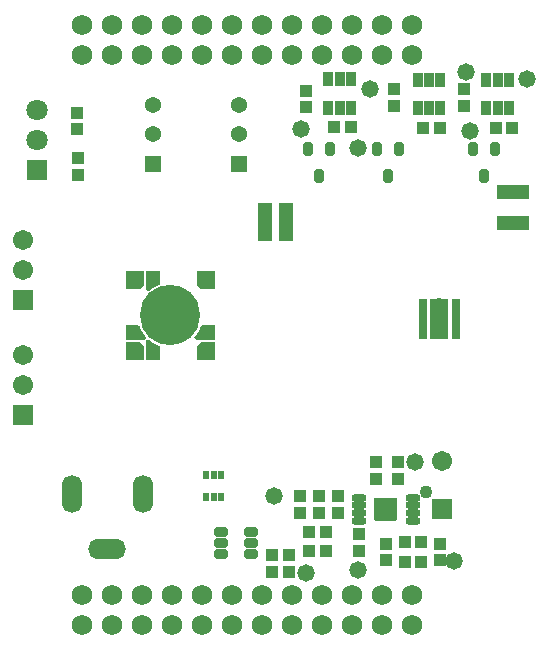
<source format=gts>
G04*
G04 #@! TF.GenerationSoftware,Altium Limited,Altium Designer,21.9.1 (22)*
G04*
G04 Layer_Color=8388736*
%FSLAX44Y44*%
%MOMM*%
G71*
G04*
G04 #@! TF.SameCoordinates,79196508-F500-4B14-A944-684D4DD7C553*
G04*
G04*
G04 #@! TF.FilePolarity,Negative*
G04*
G01*
G75*
%ADD25R,1.1500X3.2000*%
%ADD37R,1.1032X1.0032*%
G04:AMPARAMS|DCode=38|XSize=0.6132mm|YSize=1.2232mm|CornerRadius=0.2041mm|HoleSize=0mm|Usage=FLASHONLY|Rotation=90.000|XOffset=0mm|YOffset=0mm|HoleType=Round|Shape=RoundedRectangle|*
%AMROUNDEDRECTD38*
21,1,0.6132,0.8150,0,0,90.0*
21,1,0.2050,1.2232,0,0,90.0*
1,1,0.4082,0.4075,0.1025*
1,1,0.4082,0.4075,-0.1025*
1,1,0.4082,-0.4075,-0.1025*
1,1,0.4082,-0.4075,0.1025*
%
%ADD38ROUNDEDRECTD38*%
%ADD39R,0.6032X0.7032*%
%ADD40C,5.1002*%
%ADD41R,1.5032X3.5032*%
%ADD42R,0.7032X3.5032*%
%ADD43R,2.8032X1.3032*%
G04:AMPARAMS|DCode=44|XSize=0.8032mm|YSize=1.2032mm|CornerRadius=0.1766mm|HoleSize=0mm|Usage=FLASHONLY|Rotation=180.000|XOffset=0mm|YOffset=0mm|HoleType=Round|Shape=RoundedRectangle|*
%AMROUNDEDRECTD44*
21,1,0.8032,0.8500,0,0,180.0*
21,1,0.4500,1.2032,0,0,180.0*
1,1,0.3532,-0.2250,0.4250*
1,1,0.3532,0.2250,0.4250*
1,1,0.3532,0.2250,-0.4250*
1,1,0.3532,-0.2250,-0.4250*
%
%ADD44ROUNDEDRECTD44*%
%ADD45R,0.8532X1.3032*%
%ADD46R,1.0032X1.1032*%
G04:AMPARAMS|DCode=47|XSize=0.8032mm|YSize=1.2032mm|CornerRadius=0.1766mm|HoleSize=0mm|Usage=FLASHONLY|Rotation=90.000|XOffset=0mm|YOffset=0mm|HoleType=Round|Shape=RoundedRectangle|*
%AMROUNDEDRECTD47*
21,1,0.8032,0.8500,0,0,90.0*
21,1,0.4500,1.2032,0,0,90.0*
1,1,0.3532,0.4250,0.2250*
1,1,0.3532,0.4250,-0.2250*
1,1,0.3532,-0.4250,-0.2250*
1,1,0.3532,-0.4250,0.2250*
%
%ADD47ROUNDEDRECTD47*%
%ADD48C,1.8032*%
%ADD49R,1.8032X1.8032*%
%ADD50C,1.3716*%
%ADD51R,1.3716X1.3716*%
%ADD52R,1.7032X1.7032*%
%ADD53C,1.7032*%
%ADD54C,1.7272*%
%ADD55O,1.7032X3.2032*%
%ADD56O,3.2032X1.7032*%
%ADD57C,1.2032*%
%ADD58C,1.4732*%
%ADD59C,1.1032*%
G36*
X203888Y302729D02*
X192388D01*
X188888Y306229D01*
Y317729D01*
X203888D01*
Y302729D01*
D02*
G37*
G36*
X143888Y306229D02*
X140388Y302729D01*
X128888D01*
Y317729D01*
X143888D01*
Y306229D01*
D02*
G37*
G36*
X157888Y307680D02*
X157885Y307575D01*
X157877Y307470D01*
X157863Y307367D01*
X157844Y307264D01*
X157820Y307162D01*
X157790Y307061D01*
X157755Y306963D01*
X157715Y306866D01*
X157670Y306772D01*
X157620Y306679D01*
X157565Y306590D01*
X157506Y306504D01*
X157442Y306421D01*
X157374Y306341D01*
X157302Y306265D01*
X157226Y306193D01*
X157147Y306125D01*
X157063Y306061D01*
X156977Y306002D01*
X156888Y305947D01*
X156796Y305898D01*
X156701Y305852D01*
X156605Y305812D01*
X156506Y305777D01*
X156405Y305748D01*
X156304Y305723D01*
X156201Y305704D01*
X156097Y305690D01*
X155993Y305682D01*
X155888Y305679D01*
X155708Y305605D01*
X155414Y305480D01*
X155122Y305352D01*
X154832Y305219D01*
X154543Y305084D01*
X154256Y304945D01*
X153971Y304802D01*
X153687Y304656D01*
X153406Y304507D01*
X153126Y304354D01*
X152848Y304198D01*
X152572Y304038D01*
X152297Y303875D01*
X152025Y303708D01*
X151755Y303539D01*
X151488Y303366D01*
X151222Y303189D01*
X150958Y303010D01*
X150697Y302827D01*
X150437Y302641D01*
X150181Y302452D01*
X149926Y302260D01*
X149674Y302065D01*
X149424Y301867D01*
X149177Y301665D01*
X148932Y301461D01*
X148690Y301254D01*
X148450Y301043D01*
X148213Y300830D01*
X147888Y300529D01*
X147783Y300532D01*
X147679Y300540D01*
X147575Y300554D01*
X147472Y300573D01*
X147370Y300598D01*
X147270Y300627D01*
X147171Y300662D01*
X147074Y300702D01*
X146980Y300748D01*
X146888Y300797D01*
X146799Y300852D01*
X146712Y300911D01*
X146629Y300975D01*
X146550Y301043D01*
X146474Y301115D01*
X146402Y301191D01*
X146334Y301271D01*
X146270Y301354D01*
X146210Y301440D01*
X146156Y301530D01*
X146106Y301621D01*
X146061Y301716D01*
X146021Y301813D01*
X145986Y301911D01*
X145956Y302012D01*
X145932Y302114D01*
X145913Y302217D01*
X145899Y302320D01*
X145891Y302425D01*
X145888Y302530D01*
Y317729D01*
X157888D01*
Y307680D01*
D02*
G37*
G36*
X203888Y259729D02*
X188688D01*
X188583Y259732D01*
X188479Y259740D01*
X188375Y259754D01*
X188272Y259773D01*
X188170Y259798D01*
X188070Y259827D01*
X187971Y259862D01*
X187874Y259902D01*
X187780Y259947D01*
X187688Y259997D01*
X187599Y260052D01*
X187512Y260111D01*
X187429Y260175D01*
X187350Y260243D01*
X187274Y260315D01*
X187202Y260391D01*
X187134Y260471D01*
X187070Y260554D01*
X187010Y260640D01*
X186956Y260730D01*
X186906Y260821D01*
X186861Y260916D01*
X186821Y261013D01*
X186786Y261111D01*
X186756Y261212D01*
X186732Y261314D01*
X186712Y261417D01*
X186699Y261520D01*
X186691Y261625D01*
X186688Y261730D01*
X186989Y262054D01*
X187202Y262292D01*
X187412Y262531D01*
X187619Y262774D01*
X187824Y263018D01*
X188025Y263266D01*
X188223Y263515D01*
X188419Y263768D01*
X188611Y264022D01*
X188800Y264279D01*
X188986Y264538D01*
X189168Y264800D01*
X189348Y265063D01*
X189524Y265329D01*
X189697Y265597D01*
X189867Y265867D01*
X190033Y266139D01*
X190196Y266413D01*
X190356Y266689D01*
X190512Y266967D01*
X190665Y267247D01*
X190815Y267529D01*
X190961Y267812D01*
X191103Y268098D01*
X191242Y268385D01*
X191378Y268673D01*
X191510Y268964D01*
X191638Y269256D01*
X191763Y269549D01*
X191838Y269729D01*
X191841Y269834D01*
X191849Y269939D01*
X191863Y270042D01*
X191882Y270145D01*
X191906Y270247D01*
X191936Y270347D01*
X191971Y270446D01*
X192011Y270543D01*
X192056Y270637D01*
X192106Y270730D01*
X192161Y270819D01*
X192220Y270905D01*
X192284Y270988D01*
X192352Y271068D01*
X192424Y271144D01*
X192500Y271216D01*
X192579Y271284D01*
X192662Y271348D01*
X192749Y271407D01*
X192838Y271462D01*
X192930Y271511D01*
X193024Y271557D01*
X193121Y271597D01*
X193220Y271632D01*
X193320Y271661D01*
X193422Y271686D01*
X193525Y271705D01*
X193629Y271719D01*
X193733Y271727D01*
X193838Y271730D01*
X203888D01*
Y259729D01*
D02*
G37*
G36*
X139043Y271727D02*
X139147Y271719D01*
X139251Y271705D01*
X139354Y271686D01*
X139455Y271661D01*
X139556Y271632D01*
X139655Y271597D01*
X139751Y271557D01*
X139846Y271511D01*
X139938Y271462D01*
X140027Y271407D01*
X140113Y271348D01*
X140197Y271284D01*
X140276Y271216D01*
X140352Y271144D01*
X140424Y271068D01*
X140492Y270988D01*
X140556Y270905D01*
X140615Y270819D01*
X140670Y270730D01*
X140720Y270637D01*
X140765Y270543D01*
X140805Y270446D01*
X140840Y270347D01*
X140870Y270247D01*
X140894Y270145D01*
X140913Y270042D01*
X140927Y269939D01*
X140935Y269834D01*
X140938Y269729D01*
X141013Y269549D01*
X141137Y269256D01*
X141266Y268964D01*
X141398Y268673D01*
X141533Y268385D01*
X141672Y268098D01*
X141815Y267812D01*
X141961Y267529D01*
X142111Y267247D01*
X142263Y266967D01*
X142420Y266689D01*
X142579Y266413D01*
X142743Y266139D01*
X142909Y265867D01*
X143079Y265597D01*
X143252Y265329D01*
X143428Y265063D01*
X143607Y264800D01*
X143790Y264538D01*
X143976Y264279D01*
X144165Y264022D01*
X144357Y263768D01*
X144552Y263515D01*
X144751Y263266D01*
X144952Y263018D01*
X145156Y262774D01*
X145364Y262531D01*
X145574Y262292D01*
X145787Y262054D01*
X146088Y261730D01*
X146085Y261625D01*
X146077Y261520D01*
X146063Y261417D01*
X146044Y261314D01*
X146020Y261212D01*
X145990Y261111D01*
X145955Y261013D01*
X145915Y260916D01*
X145870Y260821D01*
X145820Y260730D01*
X145765Y260640D01*
X145706Y260554D01*
X145642Y260471D01*
X145574Y260391D01*
X145502Y260315D01*
X145426Y260243D01*
X145346Y260175D01*
X145264Y260111D01*
X145177Y260052D01*
X145088Y259997D01*
X144996Y259947D01*
X144901Y259902D01*
X144805Y259862D01*
X144706Y259827D01*
X144606Y259798D01*
X144504Y259773D01*
X144401Y259754D01*
X144297Y259740D01*
X144192Y259732D01*
X144088Y259729D01*
X128888D01*
Y271730D01*
X138938D01*
X139043Y271727D01*
D02*
G37*
G36*
X203888Y242729D02*
X188888D01*
Y254230D01*
X192388Y257729D01*
X203888D01*
Y242729D01*
D02*
G37*
G36*
X148213Y259629D02*
X148450Y259416D01*
X148690Y259205D01*
X148932Y258998D01*
X149177Y258794D01*
X149424Y258592D01*
X149674Y258394D01*
X149926Y258199D01*
X150181Y258007D01*
X150437Y257817D01*
X150697Y257632D01*
X150958Y257449D01*
X151222Y257269D01*
X151488Y257093D01*
X151755Y256920D01*
X152025Y256751D01*
X152297Y256584D01*
X152572Y256421D01*
X152848Y256261D01*
X153126Y256105D01*
X153406Y255952D01*
X153687Y255803D01*
X153971Y255657D01*
X154256Y255514D01*
X154543Y255375D01*
X154832Y255240D01*
X155122Y255107D01*
X155414Y254979D01*
X155708Y254854D01*
X155888Y254779D01*
X155993Y254777D01*
X156097Y254769D01*
X156201Y254755D01*
X156304Y254736D01*
X156405Y254711D01*
X156506Y254682D01*
X156605Y254647D01*
X156701Y254607D01*
X156796Y254562D01*
X156888Y254512D01*
X156977Y254457D01*
X157063Y254398D01*
X157147Y254334D01*
X157226Y254266D01*
X157302Y254194D01*
X157374Y254118D01*
X157442Y254038D01*
X157506Y253955D01*
X157565Y253869D01*
X157620Y253780D01*
X157670Y253687D01*
X157715Y253593D01*
X157755Y253496D01*
X157790Y253398D01*
X157820Y253297D01*
X157844Y253195D01*
X157863Y253092D01*
X157877Y252988D01*
X157885Y252884D01*
X157888Y252780D01*
Y242729D01*
X145888D01*
Y257929D01*
X145891Y258034D01*
X145899Y258139D01*
X145913Y258242D01*
X145932Y258345D01*
X145956Y258447D01*
X145986Y258547D01*
X146021Y258646D01*
X146061Y258743D01*
X146106Y258838D01*
X146156Y258930D01*
X146210Y259019D01*
X146270Y259105D01*
X146334Y259188D01*
X146402Y259268D01*
X146474Y259344D01*
X146550Y259416D01*
X146629Y259484D01*
X146712Y259548D01*
X146799Y259607D01*
X146888Y259662D01*
X146980Y259711D01*
X147074Y259757D01*
X147171Y259797D01*
X147270Y259832D01*
X147370Y259861D01*
X147472Y259886D01*
X147575Y259905D01*
X147679Y259918D01*
X147783Y259927D01*
X147888Y259930D01*
X148213Y259629D01*
D02*
G37*
G36*
X143888Y254230D02*
Y242729D01*
X128888D01*
Y257729D01*
X140388D01*
X143888Y254230D01*
D02*
G37*
G36*
X357508Y126028D02*
X357641Y126019D01*
X357771Y125993D01*
X357897Y125951D01*
X358017Y125892D01*
X358128Y125818D01*
X358228Y125730D01*
X358316Y125630D01*
X358390Y125519D01*
X358448Y125400D01*
X358491Y125273D01*
X358517Y125143D01*
X358526Y125010D01*
X358526Y107533D01*
X358517Y107400D01*
X358491Y107269D01*
X358448Y107143D01*
X358390Y107024D01*
X358316Y106913D01*
X358228Y106813D01*
X358128Y106725D01*
X358017Y106651D01*
X357897Y106592D01*
X357771Y106550D01*
X357641Y106524D01*
X357508Y106515D01*
X340031Y106515D01*
X339898Y106524D01*
X339767Y106550D01*
X339641Y106592D01*
X339522Y106651D01*
X339411Y106725D01*
X339311Y106813D01*
X339223Y106913D01*
X339149Y107024D01*
X339090Y107143D01*
X339047Y107270D01*
X339021Y107400D01*
X339013Y107533D01*
X339013Y125010D01*
X339021Y125143D01*
X339047Y125274D01*
X339090Y125400D01*
X339149Y125519D01*
X339223Y125630D01*
X339311Y125730D01*
X339411Y125818D01*
X339522Y125892D01*
X339641Y125951D01*
X339767Y125993D01*
X339898Y126019D01*
X340031Y126028D01*
X357508Y126028D01*
D02*
G37*
D25*
X263948Y358973D02*
D03*
X246448D02*
D03*
D37*
X87520Y451884D02*
D03*
Y437883D02*
D03*
X88055Y413281D02*
D03*
Y399281D02*
D03*
X281211Y470266D02*
D03*
Y456265D02*
D03*
X415099Y457670D02*
D03*
Y471670D02*
D03*
X356026Y457670D02*
D03*
Y471670D02*
D03*
X292566Y127305D02*
D03*
Y113305D02*
D03*
X359178Y155849D02*
D03*
Y141849D02*
D03*
X340788Y141695D02*
D03*
Y155695D02*
D03*
X394723Y86795D02*
D03*
Y72795D02*
D03*
X348718D02*
D03*
Y86795D02*
D03*
X325979Y81046D02*
D03*
Y95046D02*
D03*
X276522Y113305D02*
D03*
Y127305D02*
D03*
X308611D02*
D03*
Y113305D02*
D03*
D38*
X326029Y106318D02*
D03*
Y112818D02*
D03*
Y119318D02*
D03*
Y125818D02*
D03*
X372029D02*
D03*
Y119318D02*
D03*
Y112818D02*
D03*
Y106318D02*
D03*
D39*
X196485Y145493D02*
D03*
X202985D02*
D03*
X209485D02*
D03*
Y126493D02*
D03*
X202985D02*
D03*
X196485D02*
D03*
D40*
X166388Y280229D02*
D03*
D41*
X394051Y277404D02*
D03*
D42*
X408051D02*
D03*
X380051D02*
D03*
D43*
X456448Y385057D02*
D03*
Y358057D02*
D03*
D44*
X301672Y421055D02*
D03*
X282672D02*
D03*
X292172Y398055D02*
D03*
X431840Y398153D02*
D03*
X422340Y421153D02*
D03*
X441340D02*
D03*
X350486Y398153D02*
D03*
X340986Y421153D02*
D03*
X359986D02*
D03*
D45*
X319194Y480047D02*
D03*
X309694D02*
D03*
X300194D02*
D03*
X319194Y456047D02*
D03*
X300194D02*
D03*
X309694D02*
D03*
X434049Y455871D02*
D03*
X443549D02*
D03*
X453049D02*
D03*
Y479871D02*
D03*
X443549D02*
D03*
X434049D02*
D03*
X375903Y455871D02*
D03*
X385403D02*
D03*
X394902D02*
D03*
Y479871D02*
D03*
X385403D02*
D03*
X375903D02*
D03*
D46*
X319029Y439955D02*
D03*
X305029D02*
D03*
X394468Y438824D02*
D03*
X380467D02*
D03*
X456076D02*
D03*
X442076D02*
D03*
X252643Y77212D02*
D03*
X266643D02*
D03*
X252643Y62901D02*
D03*
X266643D02*
D03*
X283899Y96536D02*
D03*
X297899D02*
D03*
X378804Y88560D02*
D03*
X364804D02*
D03*
X378839Y71535D02*
D03*
X364839D02*
D03*
X284003Y80521D02*
D03*
X298003D02*
D03*
D47*
X209135Y78057D02*
D03*
X235135Y97056D02*
D03*
Y87557D02*
D03*
Y78057D02*
D03*
X209135Y97056D02*
D03*
Y87557D02*
D03*
D48*
X53135Y454094D02*
D03*
Y428694D02*
D03*
D49*
Y403293D02*
D03*
D50*
X152127Y433763D02*
D03*
Y458763D02*
D03*
X224514Y433763D02*
D03*
Y458763D02*
D03*
D51*
X152127Y408763D02*
D03*
X224514D02*
D03*
D52*
X41785Y195845D02*
D03*
Y292846D02*
D03*
X396851Y116049D02*
D03*
D53*
X41785Y221245D02*
D03*
Y246645D02*
D03*
Y318246D02*
D03*
Y343646D02*
D03*
X396851Y157120D02*
D03*
D54*
X370762Y525841D02*
D03*
X345362D02*
D03*
X319962D02*
D03*
X294562D02*
D03*
X269162D02*
D03*
X243762D02*
D03*
X218362D02*
D03*
X192962D02*
D03*
X167562D02*
D03*
X142162D02*
D03*
X116762D02*
D03*
X91362D02*
D03*
X370762Y500441D02*
D03*
X345362D02*
D03*
X319962D02*
D03*
X294562D02*
D03*
X269162D02*
D03*
X243762D02*
D03*
X218362D02*
D03*
X192962D02*
D03*
X167562D02*
D03*
X142162D02*
D03*
X116762D02*
D03*
X91362D02*
D03*
Y17841D02*
D03*
X116762D02*
D03*
X142162D02*
D03*
X167562D02*
D03*
X192962D02*
D03*
X218362D02*
D03*
X243762D02*
D03*
X269162D02*
D03*
X294562D02*
D03*
X319962D02*
D03*
X345362D02*
D03*
X370762D02*
D03*
X91362Y43241D02*
D03*
X142162D02*
D03*
X167562D02*
D03*
X192962D02*
D03*
X218362D02*
D03*
X243762D02*
D03*
X269162D02*
D03*
X294562D02*
D03*
X319962D02*
D03*
X345362D02*
D03*
X370762D02*
D03*
X116762D02*
D03*
D55*
X143124Y129044D02*
D03*
X83124D02*
D03*
D56*
X113124Y82043D02*
D03*
D57*
X155100Y274828D02*
D03*
X394097Y266099D02*
D03*
X394051Y277638D02*
D03*
Y289088D02*
D03*
X166380Y291068D02*
D03*
X176117Y274838D02*
D03*
D58*
X325686Y422291D02*
D03*
X335883Y472102D02*
D03*
X420537Y436298D02*
D03*
X277386Y438055D02*
D03*
X468254Y480534D02*
D03*
X416678Y486613D02*
D03*
X254540Y127254D02*
D03*
X281635Y61831D02*
D03*
X325568Y64650D02*
D03*
X348713Y116226D02*
D03*
X373751Y156145D02*
D03*
X406757Y72413D02*
D03*
D59*
X383111Y130979D02*
D03*
M02*

</source>
